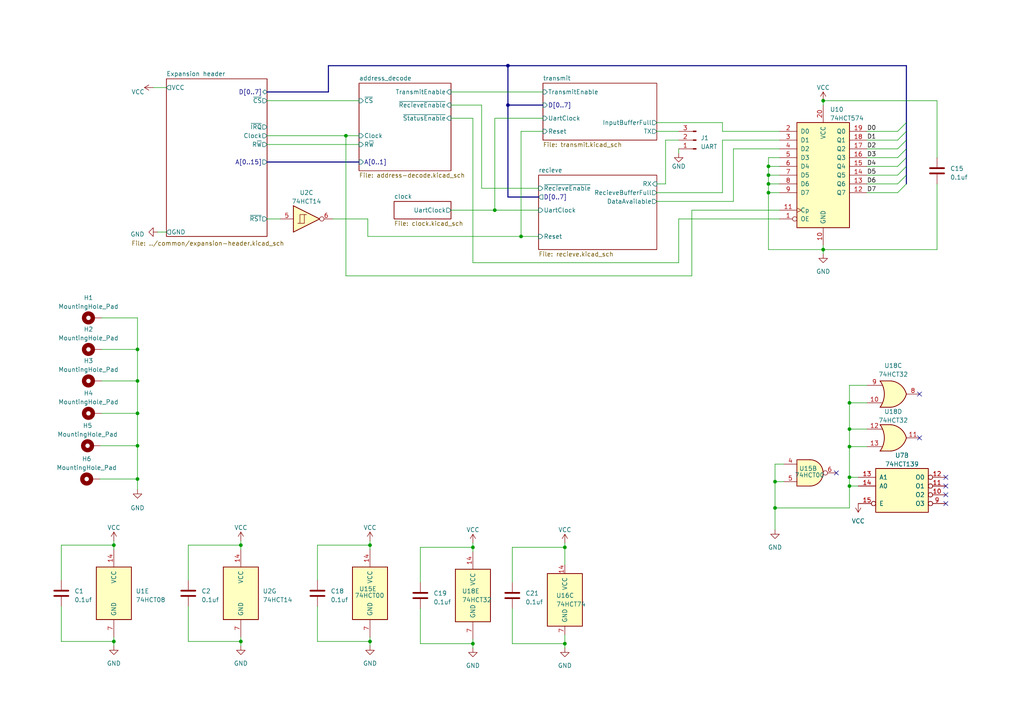
<source format=kicad_sch>
(kicad_sch (version 20230121) (generator eeschema)
  (paper "A4")
  (lib_symbols
    (symbol "74xx:74HCT00" (pin_names (offset 1.016))
      (property "Reference" "U" (at 0 1.27 0))
      (property "Value" "74HCT00" (at 0 -1.27 0))
      (symbol "74HCT00_1_1"
        (arc (start 0 -3.81) (mid 3.7934 0) (end 0 3.81) (stroke (width 0.254)) (fill (type background)))
        (polyline (pts (xy 0 3.81) (xy -3.81 3.81) (xy -3.81 -3.81) (xy 0 -3.81)) (stroke (width 0.254)) (fill (type background)))
        (pin input line (at -7.62 2.54 0) (length 3.81) (name "~") (number "1"))
        (pin input line (at -7.62 -2.54 0) (length 3.81) (name "~") (number "2"))
        (pin output inverted (at 7.62 0 180) (length 3.81) (name "~") (number "3"))
      )
      (symbol "74HCT00_1_2"
        (arc (start -3.81 -3.81) (mid -2.589 0) (end -3.81 3.81) (stroke (width 0.254)))
        (arc (start -0.6096 -3.81) (mid 2.1842 -2.5851) (end 3.81 0) (stroke (width 0.254)) (fill (type background)))
        (polyline (pts (xy -3.81 -3.81) (xy -0.635 -3.81)) (stroke (width 0.254)) (fill (type background)))
        (polyline (pts (xy -3.81 3.81) (xy -0.635 3.81)) (stroke (width 0.254)) (fill (type background)))
        (polyline (pts (xy -0.635 3.81) (xy -3.81 3.81) (xy -3.81 3.81) (xy -3.556 3.4036) (xy -3.0226 2.2606) (xy -2.6924 1.0414) (xy -2.6162 -0.254) (xy -2.7686 -1.4986) (xy -3.175 -2.7178) (xy -3.81 -3.81) (xy -3.81 -3.81) (xy -0.635 -3.81)) (stroke (width -25.4)) (fill (type background)))
        (arc (start 3.81 0) (mid 2.1915 2.5936) (end -0.6096 3.81) (stroke (width 0.254)) (fill (type background)))
        (pin input inverted (at -7.62 2.54 0) (length 4.318) (name "~") (number "1"))
        (pin input inverted (at -7.62 -2.54 0) (length 4.318) (name "~") (number "2"))
        (pin output line (at 7.62 0 180) (length 3.81) (name "~") (number "3"))
      )
      (symbol "74HCT00_2_1"
        (arc (start 0 -3.81) (mid 3.7934 0) (end 0 3.81) (stroke (width 0.254)) (fill (type background)))
        (polyline (pts (xy 0 3.81) (xy -3.81 3.81) (xy -3.81 -3.81) (xy 0 -3.81)) (stroke (width 0.254)) (fill (type background)))
        (pin input line (at -7.62 2.54 0) (length 3.81) (name "~") (number "4"))
        (pin input line (at -7.62 -2.54 0) (length 3.81) (name "~") (number "5"))
        (pin output inverted (at 7.62 0 180) (length 3.81) (name "~") (number "6"))
      )
      (symbol "74HCT00_2_2"
        (arc (start -3.81 -3.81) (mid -2.589 0) (end -3.81 3.81) (stroke (width 0.254)))
        (arc (start -0.6096 -3.81) (mid 2.1842 -2.5851) (end 3.81 0) (stroke (width 0.254)) (fill (type background)))
        (polyline (pts (xy -3.81 -3.81) (xy -0.635 -3.81)) (stroke (width 0.254)) (fill (type background)))
        (polyline (pts (xy -3.81 3.81) (xy -0.635 3.81)) (stroke (width 0.254)) (fill (type background)))
        (polyline (pts (xy -0.635 3.81) (xy -3.81 3.81) (xy -3.81 3.81) (xy -3.556 3.4036) (xy -3.0226 2.2606) (xy -2.6924 1.0414) (xy -2.6162 -0.254) (xy -2.7686 -1.4986) (xy -3.175 -2.7178) (xy -3.81 -3.81) (xy -3.81 -3.81) (xy -0.635 -3.81)) (stroke (width -25.4)) (fill (type background)))
        (arc (start 3.81 0) (mid 2.1915 2.5936) (end -0.6096 3.81) (stroke (width 0.254)) (fill (type background)))
        (pin input inverted (at -7.62 2.54 0) (length 4.318) (name "~") (number "4"))
        (pin input inverted (at -7.62 -2.54 0) (length 4.318) (name "~") (number "5"))
        (pin output line (at 7.62 0 180) (length 3.81) (name "~") (number "6"))
      )
      (symbol "74HCT00_3_1"
        (arc (start 0 -3.81) (mid 3.7934 0) (end 0 3.81) (stroke (width 0.254)) (fill (type background)))
        (polyline (pts (xy 0 3.81) (xy -3.81 3.81) (xy -3.81 -3.81) (xy 0 -3.81)) (stroke (width 0.254)) (fill (type background)))
        (pin input line (at -7.62 -2.54 0) (length 3.81) (name "~") (number "10"))
        (pin output inverted (at 7.62 0 180) (length 3.81) (name "~") (number "8"))
        (pin input line (at -7.62 2.54 0) (length 3.81) (name "~") (number "9"))
      )
      (symbol "74HCT00_3_2"
        (arc (start -3.81 -3.81) (mid -2.589 0) (end -3.81 3.81) (stroke (width 0.254)))
        (arc (start -0.6096 -3.81) (mid 2.1842 -2.5851) (end 3.81 0) (stroke (width 0.254)) (fill (type background)))
        (polyline (pts (xy -3.81 -3.81) (xy -0.635 -3.81)) (stroke (width 0.254)) (fill (type background)))
        (polyline (pts (xy -3.81 3.81) (xy -0.635 3.81)) (stroke (width 0.254)) (fill (type background)))
        (polyline (pts (xy -0.635 3.81) (xy -3.81 3.81) (xy -3.81 3.81) (xy -3.556 3.4036) (xy -3.0226 2.2606) (xy -2.6924 1.0414) (xy -2.6162 -0.254) (xy -2.7686 -1.4986) (xy -3.175 -2.7178) (xy -3.81 -3.81) (xy -3.81 -3.81) (xy -0.635 -3.81)) (stroke (width -25.4)) (fill (type background)))
        (arc (start 3.81 0) (mid 2.1915 2.5936) (end -0.6096 3.81) (stroke (width 0.254)) (fill (type background)))
        (pin input inverted (at -7.62 -2.54 0) (length 4.318) (name "~") (number "10"))
        (pin output line (at 7.62 0 180) (length 3.81) (name "~") (number "8"))
        (pin input inverted (at -7.62 2.54 0) (length 4.318) (name "~") (number "9"))
      )
      (symbol "74HCT00_4_1"
        (arc (start 0 -3.81) (mid 3.7934 0) (end 0 3.81) (stroke (width 0.254)) (fill (type background)))
        (polyline (pts (xy 0 3.81) (xy -3.81 3.81) (xy -3.81 -3.81) (xy 0 -3.81)) (stroke (width 0.254)) (fill (type background)))
        (pin output inverted (at 7.62 0 180) (length 3.81) (name "~") (number "11"))
        (pin input line (at -7.62 2.54 0) (length 3.81) (name "~") (number "12"))
        (pin input line (at -7.62 -2.54 0) (length 3.81) (name "~") (number "13"))
      )
      (symbol "74HCT00_4_2"
        (arc (start -3.81 -3.81) (mid -2.589 0) (end -3.81 3.81) (stroke (width 0.254)))
        (arc (start -0.6096 -3.81) (mid 2.1842 -2.5851) (end 3.81 0) (stroke (width 0.254)) (fill (type background)))
        (polyline (pts (xy -3.81 -3.81) (xy -0.635 -3.81)) (stroke (width 0.254)) (fill (type background)))
        (polyline (pts (xy -3.81 3.81) (xy -0.635 3.81)) (stroke (width 0.254)) (fill (type background)))
        (polyline (pts (xy -0.635 3.81) (xy -3.81 3.81) (xy -3.81 3.81) (xy -3.556 3.4036) (xy -3.0226 2.2606) (xy -2.6924 1.0414) (xy -2.6162 -0.254) (xy -2.7686 -1.4986) (xy -3.175 -2.7178) (xy -3.81 -3.81) (xy -3.81 -3.81) (xy -0.635 -3.81)) (stroke (width -25.4)) (fill (type background)))
        (arc (start 3.81 0) (mid 2.1915 2.5936) (end -0.6096 3.81) (stroke (width 0.254)) (fill (type background)))
        (pin output line (at 7.62 0 180) (length 3.81) (name "~") (number "11"))
        (pin input inverted (at -7.62 2.54 0) (length 4.318) (name "~") (number "12"))
        (pin input inverted (at -7.62 -2.54 0) (length 4.318) (name "~") (number "13"))
      )
      (symbol "74HCT00_5_0"
        (pin power_in line (at 0 12.7 270) (length 5.08) (name "VCC") (number "14"))
        (pin power_in line (at 0 -12.7 90) (length 5.08) (name "GND") (number "7"))
      )
      (symbol "74HCT00_5_1"
        (rectangle (start -5.08 7.62) (end 5.08 -7.62) (stroke (width 0.254)) (fill (type background)))
      )
    )
    (symbol "74xx:74LS08" (pin_names (offset 1.016))
      (property "Reference" "U" (at 0 1.27 0))
      (property "Value" "74LS08" (at 0 -1.27 0))
      (symbol "74LS08_1_1"
        (arc (start 0 -3.81) (mid 3.7934 0) (end 0 3.81) (stroke (width 0.254)) (fill (type background)))
        (polyline (pts (xy 0 3.81) (xy -3.81 3.81) (xy -3.81 -3.81) (xy 0 -3.81)) (stroke (width 0.254)) (fill (type background)))
        (pin input line (at -7.62 2.54 0) (length 3.81) (name "~") (number "1"))
        (pin input line (at -7.62 -2.54 0) (length 3.81) (name "~") (number "2"))
        (pin output line (at 7.62 0 180) (length 3.81) (name "~") (number "3"))
      )
      (symbol "74LS08_1_2"
        (arc (start -3.81 -3.81) (mid -2.589 0) (end -3.81 3.81) (stroke (width 0.254)))
        (arc (start -0.6096 -3.81) (mid 2.1842 -2.5851) (end 3.81 0) (stroke (width 0.254)) (fill (type background)))
        (polyline (pts (xy -3.81 -3.81) (xy -0.635 -3.81)) (stroke (width 0.254)) (fill (type background)))
        (polyline (pts (xy -3.81 3.81) (xy -0.635 3.81)) (stroke (width 0.254)) (fill (type background)))
        (polyline (pts (xy -0.635 3.81) (xy -3.81 3.81) (xy -3.81 3.81) (xy -3.556 3.4036) (xy -3.0226 2.2606) (xy -2.6924 1.0414) (xy -2.6162 -0.254) (xy -2.7686 -1.4986) (xy -3.175 -2.7178) (xy -3.81 -3.81) (xy -3.81 -3.81) (xy -0.635 -3.81)) (stroke (width -25.4)) (fill (type background)))
        (arc (start 3.81 0) (mid 2.1915 2.5936) (end -0.6096 3.81) (stroke (width 0.254)) (fill (type background)))
        (pin input inverted (at -7.62 2.54 0) (length 4.318) (name "~") (number "1"))
        (pin input inverted (at -7.62 -2.54 0) (length 4.318) (name "~") (number "2"))
        (pin output inverted (at 7.62 0 180) (length 3.81) (name "~") (number "3"))
      )
      (symbol "74LS08_2_1"
        (arc (start 0 -3.81) (mid 3.7934 0) (end 0 3.81) (stroke (width 0.254)) (fill (type background)))
        (polyline (pts (xy 0 3.81) (xy -3.81 3.81) (xy -3.81 -3.81) (xy 0 -3.81)) (stroke (width 0.254)) (fill (type background)))
        (pin input line (at -7.62 2.54 0) (length 3.81) (name "~") (number "4"))
        (pin input line (at -7.62 -2.54 0) (length 3.81) (name "~") (number "5"))
        (pin output line (at 7.62 0 180) (length 3.81) (name "~") (number "6"))
      )
      (symbol "74LS08_2_2"
        (arc (start -3.81 -3.81) (mid -2.589 0) (end -3.81 3.81) (stroke (width 0.254)))
        (arc (start -0.6096 -3.81) (mid 2.1842 -2.5851) (end 3.81 0) (stroke (width 0.254)) (fill (type background)))
        (polyline (pts (xy -3.81 -3.81) (xy -0.635 -3.81)) (stroke (width 0.254)) (fill (type background)))
        (polyline (pts (xy -3.81 3.81) (xy -0.635 3.81)) (stroke (width 0.254)) (fill (type background)))
        (polyline (pts (xy -0.635 3.81) (xy -3.81 3.81) (xy -3.81 3.81) (xy -3.556 3.4036) (xy -3.0226 2.2606) (xy -2.6924 1.0414) (xy -2.6162 -0.254) (xy -2.7686 -1.4986) (xy -3.175 -2.7178) (xy -3.81 -3.81) (xy -3.81 -3.81) (xy -0.635 -3.81)) (stroke (width -25.4)) (fill (type background)))
        (arc (start 3.81 0) (mid 2.1915 2.5936) (end -0.6096 3.81) (stroke (width 0.254)) (fill (type background)))
        (pin input inverted (at -7.62 2.54 0) (length 4.318) (name "~") (number "4"))
        (pin input inverted (at -7.62 -2.54 0) (length 4.318) (name "~") (number "5"))
        (pin output inverted (at 7.62 0 180) (length 3.81) (name "~") (number "6"))
      )
      (symbol "74LS08_3_1"
        (arc (start 0 -3.81) (mid 3.7934 0) (end 0 3.81) (stroke (width 0.254)) (fill (type background)))
        (polyline (pts (xy 0 3.81) (xy -3.81 3.81) (xy -3.81 -3.81) (xy 0 -3.81)) (stroke (width 0.254)) (fill (type background)))
        (pin input line (at -7.62 -2.54 0) (length 3.81) (name "~") (number "10"))
        (pin output line (at 7.62 0 180) (length 3.81) (name "~") (number "8"))
        (pin input line (at -7.62 2.54 0) (length 3.81) (name "~") (number "9"))
      )
      (symbol "74LS08_3_2"
        (arc (start -3.81 -3.81) (mid -2.589 0) (end -3.81 3.81) (stroke (width 0.254)))
        (arc (start -0.6096 -3.81) (mid 2.1842 -2.5851) (end 3.81 0) (stroke (width 0.254)) (fill (type background)))
        (polyline (pts (xy -3.81 -3.81) (xy -0.635 -3.81)) (stroke (width 0.254)) (fill (type background)))
        (polyline (pts (xy -3.81 3.81) (xy -0.635 3.81)) (stroke (width 0.254)) (fill (type background)))
        (polyline (pts (xy -0.635 3.81) (xy -3.81 3.81) (xy -3.81 3.81) (xy -3.556 3.4036) (xy -3.0226 2.2606) (xy -2.6924 1.0414) (xy -2.6162 -0.254) (xy -2.7686 -1.4986) (xy -3.175 -2.7178) (xy -3.81 -3.81) (xy -3.81 -3.81) (xy -0.635 -3.81)) (stroke (width -25.4)) (fill (type background)))
        (arc (start 3.81 0) (mid 2.1915 2.5936) (end -0.6096 3.81) (stroke (width 0.254)) (fill (type background)))
        (pin input inverted (at -7.62 -2.54 0) (length 4.318) (name "~") (number "10"))
        (pin output inverted (at 7.62 0 180) (length 3.81) (name "~") (number "8"))
        (pin input inverted (at -7.62 2.54 0) (length 4.318) (name "~") (number "9"))
      )
      (symbol "74LS08_4_1"
        (arc (start 0 -3.81) (mid 3.7934 0) (end 0 3.81) (stroke (width 0.254)) (fill (type background)))
        (polyline (pts (xy 0 3.81) (xy -3.81 3.81) (xy -3.81 -3.81) (xy 0 -3.81)) (stroke (width 0.254)) (fill (type background)))
        (pin output line (at 7.62 0 180) (length 3.81) (name "~") (number "11"))
        (pin input line (at -7.62 2.54 0) (length 3.81) (name "~") (number "12"))
        (pin input line (at -7.62 -2.54 0) (length 3.81) (name "~") (number "13"))
      )
      (symbol "74LS08_4_2"
        (arc (start -3.81 -3.81) (mid -2.589 0) (end -3.81 3.81) (stroke (width 0.254)))
        (arc (start -0.6096 -3.81) (mid 2.1842 -2.5851) (end 3.81 0) (stroke (width 0.254)) (fill (type background)))
        (polyline (pts (xy -3.81 -3.81) (xy -0.635 -3.81)) (stroke (width 0.254)) (fill (type background)))
        (polyline (pts (xy -3.81 3.81) (xy -0.635 3.81)) (stroke (width 0.254)) (fill (type background)))
        (polyline (pts (xy -0.635 3.81) (xy -3.81 3.81) (xy -3.81 3.81) (xy -3.556 3.4036) (xy -3.0226 2.2606) (xy -2.6924 1.0414) (xy -2.6162 -0.254) (xy -2.7686 -1.4986) (xy -3.175 -2.7178) (xy -3.81 -3.81) (xy -3.81 -3.81) (xy -0.635 -3.81)) (stroke (width -25.4)) (fill (type background)))
        (arc (start 3.81 0) (mid 2.1915 2.5936) (end -0.6096 3.81) (stroke (width 0.254)) (fill (type background)))
        (pin output inverted (at 7.62 0 180) (length 3.81) (name "~") (number "11"))
        (pin input inverted (at -7.62 2.54 0) (length 4.318) (name "~") (number "12"))
        (pin input inverted (at -7.62 -2.54 0) (length 4.318) (name "~") (number "13"))
      )
      (symbol "74LS08_5_0"
        (pin power_in line (at 0 12.7 270) (length 5.08) (name "VCC") (number "14"))
        (pin power_in line (at 0 -12.7 90) (length 5.08) (name "GND") (number "7"))
      )
      (symbol "74LS08_5_1"
        (rectangle (start -5.08 7.62) (end 5.08 -7.62) (stroke (width 0.254)) (fill (type background)))
      )
    )
    (symbol "74xx:74LS139" (pin_names (offset 1.016))
      (property "Reference" "U" (at -7.62 8.89 0))
      (property "Value" "74LS139" (at -7.62 -8.89 0))
      (symbol "74LS139_1_0"
        (pin input inverted (at -12.7 -5.08 0) (length 5.08) (name "E") (number "1"))
        (pin input line (at -12.7 0 0) (length 5.08) (name "A0") (number "2"))
        (pin input line (at -12.7 2.54 0) (length 5.08) (name "A1") (number "3"))
        (pin output inverted (at 12.7 2.54 180) (length 5.08) (name "O0") (number "4"))
        (pin output inverted (at 12.7 0 180) (length 5.08) (name "O1") (number "5"))
        (pin output inverted (at 12.7 -2.54 180) (length 5.08) (name "O2") (number "6"))
        (pin output inverted (at 12.7 -5.08 180) (length 5.08) (name "O3") (number "7"))
      )
      (symbol "74LS139_1_1"
        (rectangle (start -7.62 5.08) (end 7.62 -7.62) (stroke (width 0.254)) (fill (type background)))
      )
      (symbol "74LS139_2_0"
        (pin output inverted (at 12.7 -2.54 180) (length 5.08) (name "O2") (number "10"))
        (pin output inverted (at 12.7 0 180) (length 5.08) (name "O1") (number "11"))
        (pin output inverted (at 12.7 2.54 180) (length 5.08) (name "O0") (number "12"))
        (pin input line (at -12.7 2.54 0) (length 5.08) (name "A1") (number "13"))
        (pin input line (at -12.7 0 0) (length 5.08) (name "A0") (number "14"))
        (pin input inverted (at -12.7 -5.08 0) (length 5.08) (name "E") (number "15"))
        (pin output inverted (at 12.7 -5.08 180) (length 5.08) (name "O3") (number "9"))
      )
      (symbol "74LS139_2_1"
        (rectangle (start -7.62 5.08) (end 7.62 -7.62) (stroke (width 0.254)) (fill (type background)))
      )
      (symbol "74LS139_3_0"
        (pin power_in line (at 0 12.7 270) (length 5.08) (name "VCC") (number "16"))
        (pin power_in line (at 0 -12.7 90) (length 5.08) (name "GND") (number "8"))
      )
      (symbol "74LS139_3_1"
        (rectangle (start -5.08 7.62) (end 5.08 -7.62) (stroke (width 0.254)) (fill (type background)))
      )
    )
    (symbol "74xx:74LS14" (pin_names (offset 1.016))
      (property "Reference" "U" (at 0 1.27 0))
      (property "Value" "74LS14" (at 0 -1.27 0))
      (symbol "74LS14_1_0"
        (polyline (pts (xy -3.81 3.81) (xy -3.81 -3.81) (xy 3.81 0) (xy -3.81 3.81)) (stroke (width 0.254)) (fill (type background)))
        (pin input line (at -7.62 0 0) (length 3.81) (name "~") (number "1"))
        (pin output inverted (at 7.62 0 180) (length 3.81) (name "~") (number "2"))
      )
      (symbol "74LS14_1_1"
        (polyline (pts (xy -1.905 -1.27) (xy -1.905 1.27) (xy -0.635 1.27)))
        (polyline (pts (xy -2.54 -1.27) (xy -0.635 -1.27) (xy -0.635 1.27) (xy 0 1.27)))
      )
      (symbol "74LS14_2_0"
        (polyline (pts (xy -3.81 3.81) (xy -3.81 -3.81) (xy 3.81 0) (xy -3.81 3.81)) (stroke (width 0.254)) (fill (type background)))
        (pin input line (at -7.62 0 0) (length 3.81) (name "~") (number "3"))
        (pin output inverted (at 7.62 0 180) (length 3.81) (name "~") (number "4"))
      )
      (symbol "74LS14_2_1"
        (polyline (pts (xy -1.905 -1.27) (xy -1.905 1.27) (xy -0.635 1.27)))
        (polyline (pts (xy -2.54 -1.27) (xy -0.635 -1.27) (xy -0.635 1.27) (xy 0 1.27)))
      )
      (symbol "74LS14_3_0"
        (polyline (pts (xy -3.81 3.81) (xy -3.81 -3.81) (xy 3.81 0) (xy -3.81 3.81)) (stroke (width 0.254)) (fill (type background)))
        (pin input line (at -7.62 0 0) (length 3.81) (name "~") (number "5"))
        (pin output inverted (at 7.62 0 180) (length 3.81) (name "~") (number "6"))
      )
      (symbol "74LS14_3_1"
        (polyline (pts (xy -1.905 -1.27) (xy -1.905 1.27) (xy -0.635 1.27)))
        (polyline (pts (xy -2.54 -1.27) (xy -0.635 -1.27) (xy -0.635 1.27) (xy 0 1.27)))
      )
      (symbol "74LS14_4_0"
        (polyline (pts (xy -3.81 3.81) (xy -3.81 -3.81) (xy 3.81 0) (xy -3.81 3.81)) (stroke (width 0.254)) (fill (type background)))
        (pin output inverted (at 7.62 0 180) (length 3.81) (name "~") (number "8"))
        (pin input line (at -7.62 0 0) (length 3.81) (name "~") (number "9"))
      )
      (symbol "74LS14_4_1"
        (polyline (pts (xy -1.905 -1.27) (xy -1.905 1.27) (xy -0.635 1.27)))
        (polyline (pts (xy -2.54 -1.27) (xy -0.635 -1.27) (xy -0.635 1.27) (xy 0 1.27)))
      )
      (symbol "74LS14_5_0"
        (polyline (pts (xy -3.81 3.81) (xy -3.81 -3.81) (xy 3.81 0) (xy -3.81 3.81)) (stroke (width 0.254)) (fill (type background)))
        (pin output inverted (at 7.62 0 180) (length 3.81) (name "~") (number "10"))
        (pin input line (at -7.62 0 0) (length 3.81) (name "~") (number "11"))
      )
      (symbol "74LS14_5_1"
        (polyline (pts (xy -1.905 -1.27) (xy -1.905 1.27) (xy -0.635 1.27)))
        (polyline (pts (xy -2.54 -1.27) (xy -0.635 -1.27) (xy -0.635 1.27) (xy 0 1.27)))
      )
      (symbol "74LS14_6_0"
        (polyline (pts (xy -3.81 3.81) (xy -3.81 -3.81) (xy 3.81 0) (xy -3.81 3.81)) (stroke (width 0.254)) (fill (type background)))
        (pin output inverted (at 7.62 0 180) (length 3.81) (name "~") (number "12"))
        (pin input line (at -7.62 0 0) (length 3.81) (name "~") (number "13"))
      )
      (symbol "74LS14_6_1"
        (polyline (pts (xy -1.905 -1.27) (xy -1.905 1.27) (xy -0.635 1.27)))
        (polyline (pts (xy -2.54 -1.27) (xy -0.635 -1.27) (xy -0.635 1.27) (xy 0 1.27)))
      )
      (symbol "74LS14_7_0"
        (pin power_in line (at 0 12.7 270) (length 5.08) (name "VCC") (number "14"))
        (pin power_in line (at 0 -12.7 90) (length 5.08) (name "GND") (number "7"))
      )
      (symbol "74LS14_7_1"
        (rectangle (start -5.08 7.62) (end 5.08 -7.62) (stroke (width 0.254)) (fill (type background)))
      )
    )
    (symbol "74xx:74LS32" (pin_names (offset 1.016))
      (property "Reference" "U" (at 0 1.27 0))
      (property "Value" "74LS32" (at 0 -1.27 0))
      (symbol "74LS32_1_1"
        (arc (start -3.81 -3.81) (mid -2.589 0) (end -3.81 3.81) (stroke (width 0.254)))
        (arc (start -0.6096 -3.81) (mid 2.1842 -2.5851) (end 3.81 0) (stroke (width 0.254)) (fill (type background)))
        (polyline (pts (xy -3.81 -3.81) (xy -0.635 -3.81)) (stroke (width 0.254)) (fill (type background)))
        (polyline (pts (xy -3.81 3.81) (xy -0.635 3.81)) (stroke (width 0.254)) (fill (type background)))
        (polyline (pts (xy -0.635 3.81) (xy -3.81 3.81) (xy -3.81 3.81) (xy -3.556 3.4036) (xy -3.0226 2.2606) (xy -2.6924 1.0414) (xy -2.6162 -0.254) (xy -2.7686 -1.4986) (xy -3.175 -2.7178) (xy -3.81 -3.81) (xy -3.81 -3.81) (xy -0.635 -3.81)) (stroke (width -25.4)) (fill (type background)))
        (arc (start 3.81 0) (mid 2.1915 2.5936) (end -0.6096 3.81) (stroke (width 0.254)) (fill (type background)))
        (pin input line (at -7.62 2.54 0) (length 4.318) (name "~") (number "1"))
        (pin input line (at -7.62 -2.54 0) (length 4.318) (name "~") (number "2"))
        (pin output line (at 7.62 0 180) (length 3.81) (name "~") (number "3"))
      )
      (symbol "74LS32_1_2"
        (arc (start 0 -3.81) (mid 3.7934 0) (end 0 3.81) (stroke (width 0.254)) (fill (type background)))
        (polyline (pts (xy 0 3.81) (xy -3.81 3.81) (xy -3.81 -3.81) (xy 0 -3.81)) (stroke (width 0.254)) (fill (type background)))
        (pin input inverted (at -7.62 2.54 0) (length 3.81) (name "~") (number "1"))
        (pin input inverted (at -7.62 -2.54 0) (length 3.81) (name "~") (number "2"))
        (pin output inverted (at 7.62 0 180) (length 3.81) (name "~") (number "3"))
      )
      (symbol "74LS32_2_1"
        (arc (start -3.81 -3.81) (mid -2.589 0) (end -3.81 3.81) (stroke (width 0.254)))
        (arc (start -0.6096 -3.81) (mid 2.1842 -2.5851) (end 3.81 0) (stroke (width 0.254)) (fill (type background)))
        (polyline (pts (xy -3.81 -3.81) (xy -0.635 -3.81)) (stroke (width 0.254)) (fill (type background)))
        (polyline (pts (xy -3.81 3.81) (xy -0.635 3.81)) (stroke (width 0.254)) (fill (type background)))
        (polyline (pts (xy -0.635 3.81) (xy -3.81 3.81) (xy -3.81 3.81) (xy -3.556 3.4036) (xy -3.0226 2.2606) (xy -2.6924 1.0414) (xy -2.6162 -0.254) (xy -2.7686 -1.4986) (xy -3.175 -2.7178) (xy -3.81 -3.81) (xy -3.81 -3.81) (xy -0.635 -3.81)) (stroke (width -25.4)) (fill (type background)))
        (arc (start 3.81 0) (mid 2.1915 2.5936) (end -0.6096 3.81) (stroke (width 0.254)) (fill (type background)))
        (pin input line (at -7.62 2.54 0) (length 4.318) (name "~") (number "4"))
        (pin input line (at -7.62 -2.54 0) (length 4.318) (name "~") (number "5"))
        (pin output line (at 7.62 0 180) (length 3.81) (name "~") (number "6"))
      )
      (symbol "74LS32_2_2"
        (arc (start 0 -3.81) (mid 3.7934 0) (end 0 3.81) (stroke (width 0.254)) (fill (type background)))
        (polyline (pts (xy 0 3.81) (xy -3.81 3.81) (xy -3.81 -3.81) (xy 0 -3.81)) (stroke (width 0.254)) (fill (type background)))
        (pin input inverted (at -7.62 2.54 0) (length 3.81) (name "~") (number "4"))
        (pin input inverted (at -7.62 -2.54 0) (length 3.81) (name "~") (number "5"))
        (pin output inverted (at 7.62 0 180) (length 3.81) (name "~") (number "6"))
      )
      (symbol "74LS32_3_1"
        (arc (start -3.81 -3.81) (mid -2.589 0) (end -3.81 3.81) (stroke (width 0.254)))
        (arc (start -0.6096 -3.81) (mid 2.1842 -2.5851) (end 3.81 0) (stroke (width 0.254)) (fill (type background)))
        (polyline (pts (xy -3.81 -3.81) (xy -0.635 -3.81)) (stroke (width 0.254)) (fill (type background)))
        (polyline (pts (xy -3.81 3.81) (xy -0.635 3.81)) (stroke (width 0.254)) (fill (type background)))
        (polyline (pts (xy -0.635 3.81) (xy -3.81 3.81) (xy -3.81 3.81) (xy -3.556 3.4036) (xy -3.0226 2.2606) (xy -2.6924 1.0414) (xy -2.6162 -0.254) (xy -2.7686 -1.4986) (xy -3.175 -2.7178) (xy -3.81 -3.81) (xy -3.81 -3.81) (xy -0.635 -3.81)) (stroke (width -25.4)) (fill (type background)))
        (arc (start 3.81 0) (mid 2.1915 2.5936) (end -0.6096 3.81) (stroke (width 0.254)) (fill (type background)))
        (pin input line (at -7.62 -2.54 0) (length 4.318) (name "~") (number "10"))
        (pin output line (at 7.62 0 180) (length 3.81) (name "~") (number "8"))
        (pin input line (at -7.62 2.54 0) (length 4.318) (name "~") (number "9"))
      )
      (symbol "74LS32_3_2"
        (arc (start 0 -3.81) (mid 3.7934 0) (end 0 3.81) (stroke (width 0.254)) (fill (type background)))
        (polyline (pts (xy 0 3.81) (xy -3.81 3.81) (xy -3.81 -3.81) (xy 0 -3.81)) (stroke (width 0.254)) (fill (type background)))
        (pin input inverted (at -7.62 -2.54 0) (length 3.81) (name "~") (number "10"))
        (pin output inverted (at 7.62 0 180) (length 3.81) (name "~") (number "8"))
        (pin input inverted (at -7.62 2.54 0) (length 3.81) (name "~") (number "9"))
      )
      (symbol "74LS32_4_1"
        (arc (start -3.81 -3.81) (mid -2.589 0) (end -3.81 3.81) (stroke (width 0.254)))
        (arc (start -0.6096 -3.81) (mid 2.1842 -2.5851) (end 3.81 0) (stroke (width 0.254)) (fill (type background)))
        (polyline (pts (xy -3.81 -3.81) (xy -0.635 -3.81)) (stroke (width 0.254)) (fill (type background)))
        (polyline (pts (xy -3.81 3.81) (xy -0.635 3.81)) (stroke (width 0.254)) (fill (type background)))
        (polyline (pts (xy -0.635 3.81) (xy -3.81 3.81) (xy -3.81 3.81) (xy -3.556 3.4036) (xy -3.0226 2.2606) (xy -2.6924 1.0414) (xy -2.6162 -0.254) (xy -2.7686 -1.4986) (xy -3.175 -2.7178) (xy -3.81 -3.81) (xy -3.81 -3.81) (xy -0.635 -3.81)) (stroke (width -25.4)) (fill (type background)))
        (arc (start 3.81 0) (mid 2.1915 2.5936) (end -0.6096 3.81) (stroke (width 0.254)) (fill (type background)))
        (pin output line (at 7.62 0 180) (length 3.81) (name "~") (number "11"))
        (pin input line (at -7.62 2.54 0) (length 4.318) (name "~") (number "12"))
        (pin input line (at -7.62 -2.54 0) (length 4.318) (name "~") (number "13"))
      )
      (symbol "74LS32_4_2"
        (arc (start 0 -3.81) (mid 3.7934 0) (end 0 3.81) (stroke (width 0.254)) (fill (type background)))
        (polyline (pts (xy 0 3.81) (xy -3.81 3.81) (xy -3.81 -3.81) (xy 0 -3.81)) (stroke (width 0.254)) (fill (type background)))
        (pin output inverted (at 7.62 0 180) (length 3.81) (name "~") (number "11"))
        (pin input inverted (at -7.62 2.54 0) (length 3.81) (name "~") (number "12"))
        (pin input inverted (at -7.62 -2.54 0) (length 3.81) (name "~") (number "13"))
      )
      (symbol "74LS32_5_0"
        (pin power_in line (at 0 12.7 270) (length 5.08) (name "VCC") (number "14"))
        (pin power_in line (at 0 -12.7 90) (length 5.08) (name "GND") (number "7"))
      )
      (symbol "74LS32_5_1"
        (rectangle (start -5.08 7.62) (end 5.08 -7.62) (stroke (width 0.254)) (fill (type background)))
      )
    )
    (symbol "74xx:74LS574" (pin_names (offset 1.016))
      (property "Reference" "U" (at -7.62 16.51 0))
      (property "Value" "74LS574" (at -7.62 -16.51 0))
      (symbol "74LS574_1_0"
        (pin input inverted (at -12.7 -12.7 0) (length 5.08) (name "OE") (number "1"))
        (pin power_in line (at 0 -20.32 90) (length 5.08) (name "GND") (number "10"))
        (pin input clock (at -12.7 -10.16 0) (length 5.08) (name "Cp") (number "11"))
        (pin tri_state line (at 12.7 -5.08 180) (length 5.08) (name "Q7") (number "12"))
        (pin tri_state line (at 12.7 -2.54 180) (length 5.08) (name "Q6") (number "13"))
        (pin tri_state line (at 12.7 0 180) (length 5.08) (name "Q5") (number "14"))
        (pin tri_state line (at 12.7 2.54 180) (length 5.08) (name "Q4") (number "15"))
        (pin tri_state line (at 12.7 5.08 180) (length 5.08) (name "Q3") (number "16"))
        (pin tri_state line (at 12.7 7.62 180) (length 5.08) (name "Q2") (number "17"))
        (pin tri_state line (at 12.7 10.16 180) (length 5.08) (name "Q1") (number "18"))
        (pin tri_state line (at 12.7 12.7 180) (length 5.08) (name "Q0") (number "19"))
        (pin input line (at -12.7 12.7 0) (length 5.08) (name "D0") (number "2"))
        (pin power_in line (at 0 20.32 270) (length 5.08) (name "VCC") (number "20"))
        (pin input line (at -12.7 10.16 0) (length 5.08) (name "D1") (number "3"))
        (pin input line (at -12.7 7.62 0) (length 5.08) (name "D2") (number "4"))
        (pin input line (at -12.7 5.08 0) (length 5.08) (name "D3") (number "5"))
        (pin input line (at -12.7 2.54 0) (length 5.08) (name "D4") (number "6"))
        (pin input line (at -12.7 0 0) (length 5.08) (name "D5") (number "7"))
        (pin input line (at -12.7 -2.54 0) (length 5.08) (name "D6") (number "8"))
        (pin input line (at -12.7 -5.08 0) (length 5.08) (name "D7") (number "9"))
      )
      (symbol "74LS574_1_1"
        (rectangle (start -7.62 15.24) (end 7.62 -15.24) (stroke (width 0.254)) (fill (type background)))
      )
    )
    (symbol "74xx:74LS74" (pin_names (offset 1.016))
      (property "Reference" "U" (at -7.62 8.89 0))
      (property "Value" "74LS74" (at -7.62 -8.89 0))
      (symbol "74LS74_1_0"
        (pin input line (at 0 -7.62 90) (length 2.54) (name "~{R}") (number "1"))
        (pin input line (at -7.62 2.54 0) (length 2.54) (name "D") (number "2"))
        (pin input clock (at -7.62 0 0) (length 2.54) (name "C") (number "3"))
        (pin input line (at 0 7.62 270) (length 2.54) (name "~{S}") (number "4"))
        (pin output line (at 7.62 2.54 180) (length 2.54) (name "Q") (number "5"))
        (pin output line (at 7.62 -2.54 180) (length 2.54) (name "~{Q}") (number "6"))
      )
      (symbol "74LS74_1_1"
        (rectangle (start -5.08 5.08) (end 5.08 -5.08) (stroke (width 0.254)) (fill (type background)))
      )
      (symbol "74LS74_2_0"
        (pin input line (at 0 7.62 270) (length 2.54) (name "~{S}") (number "10"))
        (pin input clock (at -7.62 0 0) (length 2.54) (name "C") (number "11"))
        (pin input line (at -7.62 2.54 0) (length 2.54) (name "D") (number "12"))
        (pin input line (at 0 -7.62 90) (length 2.54) (name "~{R}") (number "13"))
        (pin output line (at 7.62 -2.54 180) (length 2.54) (name "~{Q}") (number "8"))
        (pin output line (at 7.62 2.54 180) (length 2.54) (name "Q") (number "9"))
      )
      (symbol "74LS74_2_1"
        (rectangle (start -5.08 5.08) (end 5.08 -5.08) (stroke (width 0.254)) (fill (type background)))
      )
      (symbol "74LS74_3_0"
        (pin power_in line (at 0 10.16 270) (length 2.54) (name "VCC") (number "14"))
        (pin power_in line (at 0 -10.16 90) (length 2.54) (name "GND") (number "7"))
      )
      (symbol "74LS74_3_1"
        (rectangle (start -5.08 7.62) (end 5.08 -7.62) (stroke (width 0.254)) (fill (type background)))
      )
    )
    (symbol "Connector:Conn_01x03_Pin" (pin_names (offset 1.016) hide)
      (property "Reference" "J" (at 0 5.08 0))
      (property "Value" "Conn_01x03_Pin" (at 0 -5.08 0))
      (symbol "Conn_01x03_Pin_1_1"
        (polyline (pts (xy 1.27 -2.54) (xy 0.8636 -2.54)) (stroke (width 0.1524)))
        (polyline (pts (xy 1.27 0) (xy 0.8636 0)) (stroke (width 0.1524)))
        (polyline (pts (xy 1.27 2.54) (xy 0.8636 2.54)) (stroke (width 0.1524)))
        (rectangle (start 0.8636 -2.413) (end 0 -2.667) (stroke (width 0.1524)) (fill (type outline)))
        (rectangle (start 0.8636 0.127) (end 0 -0.127) (stroke (width 0.1524)) (fill (type outline)))
        (rectangle (start 0.8636 2.667) (end 0 2.413) (stroke (width 0.1524)) (fill (type outline)))
        (pin passive line (at 5.08 2.54 180) (length 3.81) (name "Pin_1") (number "1"))
        (pin passive line (at 5.08 0 180) (length 3.81) (name "Pin_2") (number "2"))
        (pin passive line (at 5.08 -2.54 180) (length 3.81) (name "Pin_3") (number "3"))
      )
    )
    (symbol "Device:C" (pin_numbers hide) (pin_names (offset 0.254))
      (property "Reference" "C" (at 0.635 2.54 0))
      (property "Value" "C" (at 0.635 -2.54 0))
      (symbol "C_0_1"
        (polyline (pts (xy -2.032 -0.762) (xy 2.032 -0.762)) (stroke (width 0.508)))
        (polyline (pts (xy -2.032 0.762) (xy 2.032 0.762)) (stroke (width 0.508)))
      )
      (symbol "C_1_1"
        (pin passive line (at 0 3.81 270) (length 2.794) (name "~") (number "1"))
        (pin passive line (at 0 -3.81 90) (length 2.794) (name "~") (number "2"))
      )
    )
    (symbol "Mechanical:MountingHole_Pad" (pin_numbers hide) (pin_names (offset 1.016) hide)
      (property "Reference" "H" (at 0 6.35 0))
      (property "Value" "MountingHole_Pad" (at 0 4.445 0))
      (symbol "MountingHole_Pad_0_1"
        (circle (center 0 1.27) (radius 1.27) (stroke (width 1.27)))
      )
      (symbol "MountingHole_Pad_1_1"
        (pin input line (at 0 -2.54 90) (length 2.54) (name "1") (number "1"))
      )
    )
    (symbol "power:GND" (power) (pin_names (offset 0))
      (property "Value" "GND" (at 0 -3.81 0))
      (symbol "GND_0_1"
        (polyline (pts (xy 0 0) (xy 0 -1.27) (xy 1.27 -1.27) (xy 0 -2.54) (xy -1.27 -1.27) (xy 0 -1.27)))
      )
      (symbol "GND_1_1"
        (pin power_in line (at 0 0 270) (length 0) hide (name "GND") (number "1"))
      )
    )
    (symbol "power:VCC" (power) (pin_names (offset 0))
      (property "Value" "VCC" (at 0 3.81 0))
      (symbol "VCC_0_1"
        (polyline (pts (xy -0.762 1.27) (xy 0 2.54)))
        (polyline (pts (xy 0 0) (xy 0 2.54)))
        (polyline (pts (xy 0 2.54) (xy 0.762 1.27)))
      )
      (symbol "VCC_1_1"
        (pin power_in line (at 0 0 90) (length 0) hide (name "VCC") (number "1"))
      )
    )
  )
  (junction (at 163.83 158.75))
  (junction (at 163.83 186.69))
  (junction (at 222.885 55.88))
  (junction (at 246.38 116.84))
  (junction (at 39.878 101.346))
  (junction (at 147.32 19.05))
  (junction (at 33.02 158.115))
  (junction (at 151.13 68.58))
  (junction (at 246.38 140.97))
  (junction (at 107.315 186.055))
  (junction (at 143.51 60.96))
  (junction (at 246.38 129.54))
  (junction (at 39.878 129.286))
  (junction (at 246.38 138.43))
  (junction (at 222.885 53.34))
  (junction (at 33.02 186.055))
  (junction (at 147.32 30.48))
  (junction (at 39.878 110.49))
  (junction (at 100.33 39.37))
  (junction (at 246.38 124.46))
  (junction (at 224.79 147.32))
  (junction (at 39.878 138.938))
  (junction (at 222.885 50.8))
  (junction (at 69.85 186.055))
  (junction (at 137.16 186.69))
  (junction (at 137.16 158.75))
  (junction (at 39.878 119.888))
  (junction (at 238.76 29.21))
  (junction (at 224.79 139.7))
  (junction (at 69.85 158.115))
  (junction (at 222.885 48.26))
  (junction (at 238.76 72.39))
  (junction (at 107.315 158.115))
  (no_connect (at 274.32 140.97))
  (no_connect (at 266.7 114.3))
  (no_connect (at 274.32 143.51))
  (no_connect (at 274.32 146.05))
  (no_connect (at 242.57 137.16))
  (no_connect (at 274.32 138.43))
  (no_connect (at 266.7 127))
  (bus_entry (at 262.89 50.8) (size -2.54 2.54))
  (bus_entry (at 262.89 48.26) (size -2.54 2.54))
  (bus_entry (at 262.89 45.72) (size -2.54 2.54))
  (bus_entry (at 262.89 38.1) (size -2.54 2.54))
  (bus_entry (at 262.89 43.18) (size -2.54 2.54))
  (bus_entry (at 262.89 53.34) (size -2.54 2.54))
  (bus_entry (at 262.89 40.64) (size -2.54 2.54))
  (bus_entry (at 262.89 35.56) (size -2.54 2.54))
  (wire (pts (xy 139.7 54.61) (xy 156.21 54.61)))
  (wire (pts (xy 137.16 34.29) (xy 137.16 76.2)))
  (wire (pts (xy 193.04 40.64) (xy 196.85 40.64)))
  (wire (pts (xy 151.13 38.1) (xy 157.48 38.1)))
  (wire (pts (xy 69.85 158.115) (xy 69.85 159.385)))
  (bus (pts (xy 262.89 48.26) (xy 262.89 50.8)))
  (wire (pts (xy 222.885 55.88) (xy 222.885 72.39)))
  (wire (pts (xy 17.78 158.115) (xy 17.78 168.275)))
  (wire (pts (xy 137.16 186.69) (xy 137.16 187.96)))
  (bus (pts (xy 262.89 40.64) (xy 262.89 43.18)))
  (bus (pts (xy 95.25 26.67) (xy 95.25 19.05)))
  (wire (pts (xy 190.5 55.88) (xy 209.55 55.88)))
  (wire (pts (xy 246.38 124.46) (xy 251.46 124.46)))
  (wire (pts (xy 222.885 48.26) (xy 222.885 50.8)))
  (wire (pts (xy 196.85 43.18) (xy 196.85 44.45)))
  (wire (pts (xy 77.47 63.5) (xy 81.28 63.5)))
  (wire (pts (xy 39.878 129.286) (xy 39.878 138.938)))
  (wire (pts (xy 39.878 138.938) (xy 39.878 141.986)))
  (wire (pts (xy 148.59 186.69) (xy 163.83 186.69)))
  (wire (pts (xy 271.78 45.72) (xy 271.78 29.21)))
  (bus (pts (xy 262.89 50.8) (xy 262.89 53.34)))
  (wire (pts (xy 143.51 34.29) (xy 143.51 60.96)))
  (wire (pts (xy 121.92 186.69) (xy 137.16 186.69)))
  (wire (pts (xy 190.5 58.42) (xy 212.725 58.42)))
  (bus (pts (xy 262.89 35.56) (xy 262.89 38.1)))
  (wire (pts (xy 100.33 39.37) (xy 104.14 39.37)))
  (wire (pts (xy 54.61 175.895) (xy 54.61 186.055)))
  (wire (pts (xy 209.55 40.64) (xy 226.06 40.64)))
  (wire (pts (xy 33.02 158.115) (xy 33.02 159.385)))
  (wire (pts (xy 196.85 76.2) (xy 196.85 63.5)))
  (wire (pts (xy 163.83 158.75) (xy 163.83 163.83)))
  (wire (pts (xy 190.5 38.1) (xy 196.85 38.1)))
  (wire (pts (xy 251.46 43.18) (xy 260.35 43.18)))
  (wire (pts (xy 106.68 63.5) (xy 106.68 68.58)))
  (wire (pts (xy 246.38 140.97) (xy 246.38 147.32)))
  (wire (pts (xy 107.315 158.115) (xy 92.075 158.115)))
  (wire (pts (xy 251.46 55.88) (xy 260.35 55.88)))
  (bus (pts (xy 147.32 57.15) (xy 156.21 57.15)))
  (wire (pts (xy 246.38 124.46) (xy 246.38 129.54)))
  (wire (pts (xy 96.52 63.5) (xy 106.68 63.5)))
  (bus (pts (xy 147.32 19.05) (xy 147.32 30.48)))
  (wire (pts (xy 92.075 175.895) (xy 92.075 186.055)))
  (wire (pts (xy 121.92 176.53) (xy 121.92 186.69)))
  (wire (pts (xy 139.7 30.48) (xy 139.7 54.61)))
  (wire (pts (xy 190.5 53.34) (xy 193.04 53.34)))
  (wire (pts (xy 246.38 147.32) (xy 224.79 147.32)))
  (wire (pts (xy 200.66 80.01) (xy 200.66 60.96)))
  (wire (pts (xy 137.16 76.2) (xy 196.85 76.2)))
  (wire (pts (xy 137.16 158.75) (xy 121.92 158.75)))
  (wire (pts (xy 143.51 34.29) (xy 157.48 34.29)))
  (wire (pts (xy 69.85 156.845) (xy 69.85 158.115)))
  (wire (pts (xy 246.38 138.43) (xy 246.38 140.97)))
  (wire (pts (xy 69.85 158.115) (xy 54.61 158.115)))
  (wire (pts (xy 107.315 184.785) (xy 107.315 186.055)))
  (wire (pts (xy 54.61 158.115) (xy 54.61 168.275)))
  (wire (pts (xy 92.075 186.055) (xy 107.315 186.055)))
  (wire (pts (xy 17.78 186.055) (xy 33.02 186.055)))
  (wire (pts (xy 200.66 60.96) (xy 226.06 60.96)))
  (wire (pts (xy 226.06 45.72) (xy 222.885 45.72)))
  (wire (pts (xy 260.35 38.1) (xy 251.46 38.1)))
  (wire (pts (xy 224.79 134.62) (xy 227.33 134.62)))
  (wire (pts (xy 222.885 53.34) (xy 226.06 53.34)))
  (wire (pts (xy 246.38 138.43) (xy 248.92 138.43)))
  (wire (pts (xy 107.315 158.115) (xy 107.315 159.385)))
  (wire (pts (xy 28.956 138.938) (xy 39.878 138.938)))
  (wire (pts (xy 92.075 158.115) (xy 92.075 168.275)))
  (wire (pts (xy 163.83 157.48) (xy 163.83 158.75)))
  (wire (pts (xy 209.55 55.88) (xy 209.55 40.64)))
  (bus (pts (xy 147.32 19.05) (xy 262.89 19.05)))
  (wire (pts (xy 246.38 111.76) (xy 246.38 116.84)))
  (wire (pts (xy 39.878 92.202) (xy 39.878 101.346)))
  (wire (pts (xy 107.315 156.845) (xy 107.315 158.115)))
  (wire (pts (xy 222.885 50.8) (xy 222.885 53.34)))
  (wire (pts (xy 222.885 48.26) (xy 226.06 48.26)))
  (wire (pts (xy 271.78 53.34) (xy 271.78 72.39)))
  (wire (pts (xy 246.38 129.54) (xy 246.38 138.43)))
  (wire (pts (xy 44.45 25.4) (xy 48.26 25.4)))
  (wire (pts (xy 29.464 119.888) (xy 39.878 119.888)))
  (wire (pts (xy 151.13 38.1) (xy 151.13 68.58)))
  (wire (pts (xy 224.79 139.7) (xy 224.79 147.32)))
  (wire (pts (xy 148.59 158.75) (xy 148.59 168.91)))
  (wire (pts (xy 54.61 186.055) (xy 69.85 186.055)))
  (wire (pts (xy 130.81 26.67) (xy 157.48 26.67)))
  (wire (pts (xy 130.81 30.48) (xy 139.7 30.48)))
  (bus (pts (xy 95.25 19.05) (xy 147.32 19.05)))
  (wire (pts (xy 33.02 186.055) (xy 33.02 184.785)))
  (wire (pts (xy 137.16 185.42) (xy 137.16 186.69)))
  (wire (pts (xy 33.02 158.115) (xy 17.78 158.115)))
  (wire (pts (xy 224.79 134.62) (xy 224.79 139.7)))
  (wire (pts (xy 100.33 39.37) (xy 100.33 80.01)))
  (wire (pts (xy 246.38 140.97) (xy 248.92 140.97)))
  (bus (pts (xy 262.89 43.18) (xy 262.89 45.72)))
  (wire (pts (xy 212.725 58.42) (xy 212.725 43.18)))
  (wire (pts (xy 246.38 116.84) (xy 251.46 116.84)))
  (wire (pts (xy 137.16 157.48) (xy 137.16 158.75)))
  (wire (pts (xy 143.51 60.96) (xy 156.21 60.96)))
  (wire (pts (xy 106.68 68.58) (xy 151.13 68.58)))
  (wire (pts (xy 271.78 29.21) (xy 238.76 29.21)))
  (wire (pts (xy 39.878 101.346) (xy 39.878 110.49)))
  (wire (pts (xy 121.92 158.75) (xy 121.92 168.91)))
  (wire (pts (xy 190.5 35.56) (xy 209.55 35.56)))
  (wire (pts (xy 251.46 48.26) (xy 260.35 48.26)))
  (wire (pts (xy 251.46 40.64) (xy 260.35 40.64)))
  (wire (pts (xy 69.85 186.055) (xy 69.85 187.325)))
  (wire (pts (xy 251.46 111.76) (xy 246.38 111.76)))
  (wire (pts (xy 48.26 67.31) (xy 45.72 67.31)))
  (bus (pts (xy 77.47 46.99) (xy 104.14 46.99)))
  (wire (pts (xy 130.81 34.29) (xy 137.16 34.29)))
  (wire (pts (xy 29.464 92.202) (xy 39.878 92.202)))
  (wire (pts (xy 39.878 119.888) (xy 39.878 129.286)))
  (wire (pts (xy 246.38 116.84) (xy 246.38 124.46)))
  (wire (pts (xy 222.885 53.34) (xy 222.885 55.88)))
  (wire (pts (xy 163.83 158.75) (xy 148.59 158.75)))
  (wire (pts (xy 17.78 175.895) (xy 17.78 186.055)))
  (wire (pts (xy 251.46 50.8) (xy 260.35 50.8)))
  (wire (pts (xy 222.885 50.8) (xy 226.06 50.8)))
  (bus (pts (xy 147.32 30.48) (xy 157.48 30.48)))
  (bus (pts (xy 262.89 38.1) (xy 262.89 40.64)))
  (wire (pts (xy 100.33 80.01) (xy 200.66 80.01)))
  (wire (pts (xy 130.81 60.96) (xy 143.51 60.96)))
  (bus (pts (xy 147.32 30.48) (xy 147.32 57.15)))
  (wire (pts (xy 224.79 147.32) (xy 224.79 153.67)))
  (wire (pts (xy 29.21 129.286) (xy 39.878 129.286)))
  (wire (pts (xy 209.55 38.1) (xy 226.06 38.1)))
  (wire (pts (xy 163.83 186.69) (xy 163.83 187.96)))
  (wire (pts (xy 251.46 53.34) (xy 260.35 53.34)))
  (wire (pts (xy 246.38 129.54) (xy 251.46 129.54)))
  (wire (pts (xy 148.59 176.53) (xy 148.59 186.69)))
  (wire (pts (xy 151.13 68.58) (xy 156.21 68.58)))
  (wire (pts (xy 33.02 156.845) (xy 33.02 158.115)))
  (wire (pts (xy 77.47 29.21) (xy 104.14 29.21)))
  (wire (pts (xy 107.315 186.055) (xy 107.315 187.325)))
  (wire (pts (xy 238.76 29.21) (xy 238.76 30.48)))
  (wire (pts (xy 29.464 110.49) (xy 39.878 110.49)))
  (wire (pts (xy 209.55 35.56) (xy 209.55 38.1)))
  (wire (pts (xy 212.725 43.18) (xy 226.06 43.18)))
  (wire (pts (xy 196.85 63.5) (xy 226.06 63.5)))
  (wire (pts (xy 39.878 110.49) (xy 39.878 119.888)))
  (wire (pts (xy 69.85 184.785) (xy 69.85 186.055)))
  (wire (pts (xy 77.47 41.91) (xy 104.14 41.91)))
  (wire (pts (xy 238.76 72.39) (xy 238.76 71.12)))
  (bus (pts (xy 262.89 45.72) (xy 262.89 48.26)))
  (wire (pts (xy 137.16 158.75) (xy 137.16 160.02)))
  (wire (pts (xy 222.885 45.72) (xy 222.885 48.26)))
  (wire (pts (xy 251.46 45.72) (xy 260.35 45.72)))
  (wire (pts (xy 29.464 101.346) (xy 39.878 101.346)))
  (wire (pts (xy 222.885 55.88) (xy 226.06 55.88)))
  (wire (pts (xy 222.885 72.39) (xy 238.76 72.39)))
  (wire (pts (xy 33.02 187.325) (xy 33.02 186.055)))
  (bus (pts (xy 77.47 26.67) (xy 95.25 26.67)))
  (wire (pts (xy 238.76 73.66) (xy 238.76 72.39)))
  (bus (pts (xy 262.89 19.05) (xy 262.89 35.56)))
  (wire (pts (xy 193.04 53.34) (xy 193.04 40.64)))
  (wire (pts (xy 271.78 72.39) (xy 238.76 72.39)))
  (wire (pts (xy 77.47 39.37) (xy 100.33 39.37)))
  (wire (pts (xy 163.83 184.15) (xy 163.83 186.69)))
  (wire (pts (xy 224.79 139.7) (xy 227.33 139.7)))
  (label "D5" (at 251.46 50.8 0))
  (label "D6" (at 251.46 53.34 0))
  (label "D0" (at 251.46 38.1 0))
  (label "D7" (at 251.46 55.88 0))
  (label "D3" (at 251.46 45.72 0))
  (label "D1" (at 251.46 40.64 0))
  (label "D2" (at 251.46 43.18 0))
  (label "D4" (at 251.46 48.26 0))
  (symbol (lib_id "power:GND") (at 137.16 187.96 0) (unit 1)
    (property "Reference" "#PWR046" (effects hide))
    (property "Value" "GND" (at 137.16 193.04 0))
  )
  (symbol (lib_id "74xx:74LS32") (at 137.16 172.72 0) (unit 5)
    (property "Reference" "U18" (at 133.985 171.45 0) (effects (justify left)))
    (property "Value" "74HCT32" (at 133.985 173.99 0) (effects (justify left)))
    (property "Footprint" "Package_DIP:DIP-14_W7.62mm" (effects hide))
    (property "Datasheet" "http://www.ti.com/lit/gpn/sn74LS32" (effects hide))
  )
  (symbol (lib_id "Device:C") (at 148.59 172.72 0) (unit 1)
    (property "Reference" "C21" (at 152.4 172.085 0) (effects (justify left)))
    (property "Value" "0.1uf" (at 152.4 174.625 0) (effects (justify left)))
    (property "Footprint" "Capacitor_THT:C_Rect_L7.2mm_W3.5mm_P5.00mm_FKS2_FKP2_MKS2_MKP2" (effects hide))
  )
  (symbol (lib_id "74xx:74LS574") (at 238.76 50.8 0) (unit 1)
    (property "Reference" "U10" (at 240.7159 31.75 0) (effects (justify left)))
    (property "Value" "74HCT574" (at 240.7159 34.29 0) (effects (justify left)))
    (property "Footprint" "Package_DIP:DIP-20_W7.62mm" (effects hide))
    (property "Datasheet" "http://www.ti.com/lit/gpn/sn74LS574" (effects hide))
  )
  (symbol (lib_id "power:GND") (at 196.85 44.45 0) (unit 1)
    (property "Reference" "#PWR07" (effects hide))
    (property "Value" "GND" (at 196.85 48.26 0))
  )
  (symbol (lib_id "74xx:74LS74") (at 163.83 173.99 0) (unit 3)
    (property "Reference" "U16" (at 161.29 172.72 0) (effects (justify left)))
    (property "Value" "74HCT74" (at 161.29 175.26 0) (effects (justify left)))
    (property "Footprint" "Package_DIP:DIP-14_W10.16mm" (effects hide))
    (property "Datasheet" "74xx/74hc_hct74.pdf" (effects hide))
  )
  (symbol (lib_id "Mechanical:MountingHole_Pad") (at 26.924 110.49 90) (unit 1)
    (property "Reference" "H3" (at 25.654 104.648 90))
    (property "Value" "MountingHole_Pad" (at 25.654 107.188 90))
    (property "Footprint" "MountingHole:MountingHole_2.5mm_Pad_Via" (effects hide))
  )
  (symbol (lib_id "74xx:74LS14") (at 69.85 172.085 0) (unit 7)
    (property "Reference" "U2" (at 76.2 171.45 0) (effects (justify left)))
    (property "Value" "74HCT14" (at 76.2 173.99 0) (effects (justify left)))
    (property "Footprint" "Package_DIP:DIP-14_W7.62mm" (effects hide))
    (property "Datasheet" "http://www.ti.com/lit/gpn/sn74LS14" (effects hide))
  )
  (symbol (lib_id "power:VCC") (at 44.45 25.4 90) (unit 1)
    (property "Reference" "#PWR01" (effects hide))
    (property "Value" "VCC" (at 38.1 26.67 90) (effects (justify right)))
  )
  (symbol (lib_id "74xx:74LS32") (at 259.08 127 0) (unit 4)
    (property "Reference" "U18" (at 259.08 119.38 0))
    (property "Value" "74HCT32" (at 259.08 121.92 0))
    (property "Footprint" "Package_DIP:DIP-14_W7.62mm" (effects hide))
    (property "Datasheet" "http://www.ti.com/lit/gpn/sn74LS32" (effects hide))
  )
  (symbol (lib_id "74xx:74LS14") (at 88.9 63.5 0) (unit 3)
    (property "Reference" "U2" (at 88.9 55.88 0))
    (property "Value" "74HCT14" (at 88.9 58.42 0))
    (property "Footprint" "Package_DIP:DIP-14_W7.62mm" (effects hide))
    (property "Datasheet" "http://www.ti.com/lit/gpn/sn74LS14" (effects hide))
  )
  (symbol (lib_id "Mechanical:MountingHole_Pad") (at 26.924 119.888 90) (unit 1)
    (property "Reference" "H4" (at 25.654 114.046 90))
    (property "Value" "MountingHole_Pad" (at 25.654 116.586 90))
    (property "Footprint" "MountingHole:MountingHole_2.5mm_Pad_Via" (effects hide))
  )
  (symbol (lib_id "power:GND") (at 33.02 187.325 0) (unit 1)
    (property "Reference" "#PWR04" (effects hide))
    (property "Value" "GND" (at 33.02 192.405 0))
  )
  (symbol (lib_id "power:GND") (at 39.878 141.986 0) (unit 1)
    (property "Reference" "#PWR054" (effects hide))
    (property "Value" "GND" (at 39.878 147.32 0))
  )
  (symbol (lib_id "power:VCC") (at 163.83 157.48 0) (unit 1)
    (property "Reference" "#PWR047" (effects hide))
    (property "Value" "VCC" (at 163.83 153.67 0))
  )
  (symbol (lib_id "Mechanical:MountingHole_Pad") (at 26.924 101.346 90) (unit 1)
    (property "Reference" "H2" (at 25.654 95.504 90))
    (property "Value" "MountingHole_Pad" (at 25.654 98.044 90))
    (property "Footprint" "MountingHole:MountingHole_2.5mm_Pad_Via" (effects hide))
  )
  (symbol (lib_id "power:GND") (at 45.72 67.31 270) (unit 1)
    (property "Reference" "#PWR02" (effects hide))
    (property "Value" "GND" (at 41.91 67.945 90) (effects (justify right)))
  )
  (symbol (lib_id "power:GND") (at 69.85 187.325 0) (unit 1)
    (property "Reference" "#PWR06" (effects hide))
    (property "Value" "GND" (at 69.85 192.405 0))
  )
  (symbol (lib_id "74xx:74HCT00") (at 107.315 172.085 0) (unit 5)
    (property "Reference" "U15" (at 104.14 170.815 0) (effects (justify left)))
    (property "Value" "74HCT00" (at 102.87 172.72 0) (effects (justify left)))
    (property "Footprint" "Package_DIP:DIP-14_W7.62mm" (effects hide))
    (property "Datasheet" "http://www.ti.com/lit/gpn/sn74hct00" (effects hide))
  )
  (symbol (lib_id "Device:C") (at 121.92 172.72 0) (unit 1)
    (property "Reference" "C19" (at 125.73 172.085 0) (effects (justify left)))
    (property "Value" "0.1uf" (at 125.73 174.625 0) (effects (justify left)))
    (property "Footprint" "Capacitor_THT:C_Rect_L7.2mm_W3.5mm_P5.00mm_FKS2_FKP2_MKS2_MKP2" (effects hide))
  )
  (symbol (lib_id "power:GND") (at 163.83 187.96 0) (unit 1)
    (property "Reference" "#PWR048" (effects hide))
    (property "Value" "GND" (at 163.83 193.04 0))
  )
  (symbol (lib_id "Device:C") (at 17.78 172.085 0) (unit 1)
    (property "Reference" "C1" (at 21.59 171.45 0) (effects (justify left)))
    (property "Value" "0.1uf" (at 21.59 173.99 0) (effects (justify left)))
    (property "Footprint" "Capacitor_THT:C_Rect_L7.2mm_W3.5mm_P5.00mm_FKS2_FKP2_MKS2_MKP2" (effects hide))
  )
  (symbol (lib_id "Device:C") (at 54.61 172.085 0) (unit 1)
    (property "Reference" "C2" (at 58.42 171.45 0) (effects (justify left)))
    (property "Value" "0.1uf" (at 58.42 173.99 0) (effects (justify left)))
    (property "Footprint" "Capacitor_THT:C_Rect_L7.2mm_W3.5mm_P5.00mm_FKS2_FKP2_MKS2_MKP2" (effects hide))
  )
  (symbol (lib_id "Mechanical:MountingHole_Pad") (at 26.924 92.202 90) (unit 1)
    (property "Reference" "H1" (at 25.654 86.36 90))
    (property "Value" "MountingHole_Pad" (at 25.654 88.9 90))
    (property "Footprint" "MountingHole:MountingHole_2.5mm_Pad_Via" (effects hide))
  )
  (symbol (lib_id "Device:C") (at 92.075 172.085 0) (unit 1)
    (property "Reference" "C18" (at 95.885 171.45 0) (effects (justify left)))
    (property "Value" "0.1uf" (at 95.885 173.99 0) (effects (justify left)))
    (property "Footprint" "Capacitor_THT:C_Rect_L7.2mm_W3.5mm_P5.00mm_FKS2_FKP2_MKS2_MKP2" (effects hide))
  )
  (symbol (lib_id "power:VCC") (at 137.16 157.48 0) (unit 1)
    (property "Reference" "#PWR045" (effects hide))
    (property "Value" "VCC" (at 137.16 153.67 0))
  )
  (symbol (lib_id "power:VCC") (at 238.76 29.21 0) (unit 1)
    (property "Reference" "#PWR033" (effects hide))
    (property "Value" "VCC" (at 238.76 25.4 0))
  )
  (symbol (lib_id "power:GND") (at 107.315 187.325 0) (unit 1)
    (property "Reference" "#PWR042" (effects hide))
    (property "Value" "GND" (at 107.315 192.405 0))
  )
  (symbol (lib_id "power:VCC") (at 107.315 156.845 0) (unit 1)
    (property "Reference" "#PWR041" (effects hide))
    (property "Value" "VCC" (at 107.315 153.035 0))
  )
  (symbol (lib_id "power:VCC") (at 248.92 146.05 180) (unit 1)
    (property "Reference" "#PWR053" (effects hide))
    (property "Value" "VCC" (at 248.92 151.13 0))
  )
  (symbol (lib_id "74xx:74LS32") (at 259.08 114.3 0) (unit 3)
    (property "Reference" "U18" (at 259.08 106.045 0))
    (property "Value" "74HCT32" (at 259.08 108.585 0))
    (property "Footprint" "Package_DIP:DIP-14_W7.62mm" (effects hide))
    (property "Datasheet" "http://www.ti.com/lit/gpn/sn74LS32" (effects hide))
  )
  (symbol (lib_id "power:GND") (at 224.79 153.67 0) (unit 1)
    (property "Reference" "#PWR052" (effects hide))
    (property "Value" "GND" (at 224.79 158.75 0))
  )
  (symbol (lib_id "Device:C") (at 271.78 49.53 0) (unit 1)
    (property "Reference" "C15" (at 275.59 48.895 0) (effects (justify left)))
    (property "Value" "0.1uf" (at 275.59 51.435 0) (effects (justify left)))
    (property "Footprint" "Capacitor_THT:C_Rect_L7.2mm_W3.5mm_P5.00mm_FKS2_FKP2_MKS2_MKP2" (effects hide))
  )
  (symbol (lib_id "Connector:Conn_01x03_Pin") (at 201.93 40.64 180) (unit 1)
    (property "Reference" "J1" (at 203.2 40.005 0) (effects (justify right)))
    (property "Value" "UART" (at 203.2 42.545 0) (effects (justify right)))
    (property "Footprint" "Connector_PinHeader_2.54mm:PinHeader_1x03_P2.54mm_Horizontal" (effects hide))
  )
  (symbol (lib_id "Mechanical:MountingHole_Pad") (at 26.67 129.286 90) (unit 1)
    (property "Reference" "H5" (at 25.4 123.444 90))
    (property "Value" "MountingHole_Pad" (at 25.4 125.984 90))
    (property "Footprint" "MountingHole:MountingHole_2.5mm_Pad_Via" (effects hide))
  )
  (symbol (lib_id "74xx:74LS08") (at 33.02 172.085 0) (unit 5)
    (property "Reference" "U1" (at 39.37 171.45 0) (effects (justify left)))
    (property "Value" "74HCT08" (at 39.37 173.99 0) (effects (justify left)))
    (property "Footprint" "Package_DIP:DIP-14_W7.62mm" (effects hide))
    (property "Datasheet" "http://www.ti.com/lit/gpn/sn74LS08" (effects hide))
  )
  (symbol (lib_id "Mechanical:MountingHole_Pad") (at 26.416 138.938 90) (unit 1)
    (property "Reference" "H6" (at 25.146 133.096 90))
    (property "Value" "MountingHole_Pad" (at 25.146 135.636 90))
    (property "Footprint" "MountingHole:MountingHole_2.5mm_Pad_Via" (effects hide))
  )
  (symbol (lib_id "power:GND") (at 238.76 73.66 0) (unit 1)
    (property "Reference" "#PWR034" (effects hide))
    (property "Value" "GND" (at 238.76 78.74 0))
  )
  (symbol (lib_id "power:VCC") (at 33.02 156.845 0) (unit 1)
    (property "Reference" "#PWR03" (effects hide))
    (property "Value" "VCC" (at 33.02 153.035 0))
  )
  (symbol (lib_id "power:VCC") (at 69.85 156.845 0) (unit 1)
    (property "Reference" "#PWR05" (effects hide))
    (property "Value" "VCC" (at 69.85 153.035 0))
  )
  (symbol (lib_id "74xx:74HCT00") (at 234.95 137.16 0) (unit 2)
    (property "Reference" "U15" (at 231.775 135.89 0) (effects (justify left)))
    (property "Value" "74HCT00" (at 230.505 137.795 0) (effects (justify left)))
    (property "Footprint" "Package_DIP:DIP-14_W7.62mm" (effects hide))
    (property "Datasheet" "http://www.ti.com/lit/gpn/sn74hct00" (effects hide))
  )
  (symbol (lib_id "74xx:74LS139") (at 261.62 140.97 0) (unit 2)
    (property "Reference" "U7" (at 261.62 132.08 0))
    (property "Value" "74HCT139" (at 261.62 134.62 0))
    (property "Footprint" "Package_DIP:DIP-16_W7.62mm" (effects hide))
    (property "Datasheet" "http://www.ti.com/lit/ds/symlink/sn74ls139a.pdf" (effects hide))
  )
  (sheet (at 48.26 22.86) (size 29.21 45.72) (stroke (width 0.1524))
    (property "Sheetname" "Expansion header" (at 48.26 22.1484 0) (effects (justify left bottom)))
    (property "Sheetfile" "../common/expansion-header.kicad_sch" (at 38.1 69.85 0) (effects (justify left top)))
    (pin "GND" output (at 48.26 67.31 180))
    (pin "VCC" output (at 48.26 25.4 180))
    (pin "D[0..7]" tri_state (at 77.47 26.67 0))
    (pin "~{RST}" output (at 77.47 63.5 0))
    (pin "~{IRQ}" output (at 77.47 36.83 0))
    (pin "Clock" output (at 77.47 39.37 0))
    (pin "R~{W}" output (at 77.47 41.91 0))
    (pin "A[0..15]" output (at 77.47 46.99 0))
    (pin "~{CS}" output (at 77.47 29.21 0))
  )
  (sheet (at 114.3 58.42) (size 16.51 5.08) (stroke (width 0.1524))
    (property "Sheetname" "clock" (at 114.3 57.7084 0) (effects (justify left bottom)))
    (property "Sheetfile" "clock.kicad_sch" (at 114.3 64.0846 0) (effects (justify left top)))
    (pin "UartClock" output (at 130.81 60.96 0))
  )
  (sheet (at 157.48 24.13) (size 33.02 16.51) (stroke (width 0.1524))
    (property "Sheetname" "transmit" (at 157.48 23.4184 0) (effects (justify left bottom)))
    (property "Sheetfile" "transmit.kicad_sch" (at 157.48 41.2246 0) (effects (justify left top)))
    (pin "D[0..7]" input (at 157.48 30.48 180))
    (pin "TransmitEnable" input (at 157.48 26.67 180))
    (pin "UartClock" input (at 157.48 34.29 180))
    (pin "TX" output (at 190.5 38.1 0))
    (pin "Reset" input (at 157.48 38.1 180))
    (pin "InputBufferFull" output (at 190.5 35.56 0))
  )
  (sheet (at 104.14 24.13) (size 26.67 25.4) (stroke (width 0.1524))
    (property "Sheetname" "address_decode" (at 104.14 23.4184 0) (effects (justify left bottom)))
    (property "Sheetfile" "address-decode.kicad_sch" (at 104.14 50.1146 0) (effects (justify left top)))
    (pin "A[0..1]" input (at 104.14 46.99 180))
    (pin "~{CS}" input (at 104.14 29.21 180))
    (pin "Clock" input (at 104.14 39.37 180))
    (pin "R~{W}" input (at 104.14 41.91 180))
    (pin "~{RecieveEnable}" input (at 130.81 30.48 0))
    (pin "TransmitEnable" input (at 130.81 26.67 0))
    (pin "~{StatusEnable}" input (at 130.81 34.29 0))
  )
  (sheet (at 156.21 50.8) (size 34.29 21.59) (stroke (width 0.1524))
    (property "Sheetname" "recieve" (at 156.21 50.0884 0) (effects (justify left bottom)))
    (property "Sheetfile" "recieve.kicad_sch" (at 156.21 72.9746 0) (effects (justify left top)))
    (pin "~{RecieveEnable}" input (at 156.21 54.61 180))
    (pin "D[0..7]" output (at 156.21 57.15 180))
    (pin "RX" input (at 190.5 53.34 0))
    (pin "UartClock" input (at 156.21 60.96 180))
    (pin "Reset" input (at 156.21 68.58 180))
    (pin "RecieveBufferFull" output (at 190.5 55.88 0))
    (pin "DataAvailable" output (at 190.5 58.42 0))
  )
)
</source>
